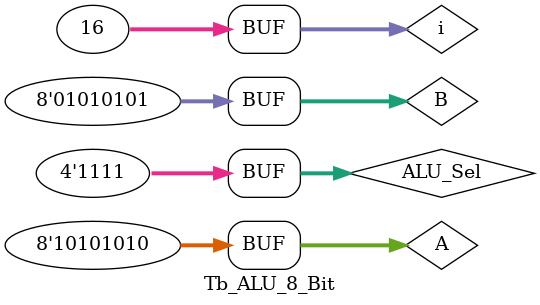
<source format=v>
`timescale 1ns / 1ps


module Tb_ALU_8_Bit;

     reg[7:0] A,B;
 reg[3:0] ALU_Sel;

//Outputs
     wire[15:0] ALU_Out;
 wire CarryOut;
 // Verilog code for ALU
 integer i;
 ALU_8_Bit utt(
            .A(A),
            .B(B),  // ALU 8-bit Inputs                 
            .ALU_Sel(ALU_Sel),// ALU Selection
            .ALU_Out(ALU_Out), // ALU 8-bit Output
            .CarryOut(CarryOut) // Carry Out Flag
     );
    initial begin
    #100
    // hold reset state for 100 ns.
      A = 8'b10101010;
      B = 8'b01010101;
      ALU_Sel = 4'b0000;
      
         for (i=4'b0;i<=4'b1111;i=i+1)
      begin
       ALU_Sel =  i;
       #10;
      end
    end
    endmodule

</source>
